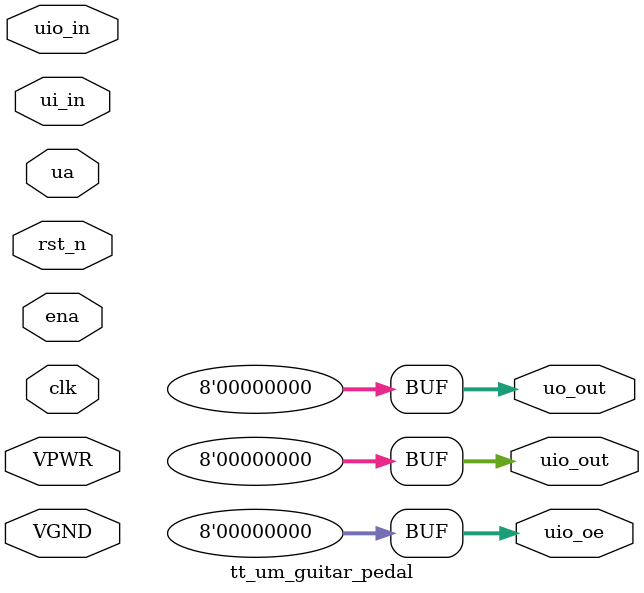
<source format=v>
module tt_um_guitar_pedal(	// file.cleaned.mlir:2:3
  input        VGND,	// file.cleaned.mlir:2:36
               VPWR,	// file.cleaned.mlir:2:51
  input  [7:0] ui_in,	// file.cleaned.mlir:2:66
               uio_in,	// file.cleaned.mlir:2:82
  inout  [7:0] ua,	// file.cleaned.mlir:2:102
  input        ena,	// file.cleaned.mlir:2:115
               clk,	// file.cleaned.mlir:2:129
               rst_n,	// file.cleaned.mlir:2:143
  output [7:0] uo_out,	// file.cleaned.mlir:2:160
               uio_out,	// file.cleaned.mlir:2:177
               uio_oe	// file.cleaned.mlir:2:195
);

  assign uo_out = 8'h0;	// file.cleaned.mlir:3:14, :4:5
  assign uio_out = 8'h0;	// file.cleaned.mlir:3:14, :4:5
  assign uio_oe = 8'h0;	// file.cleaned.mlir:3:14, :4:5
endmodule


</source>
